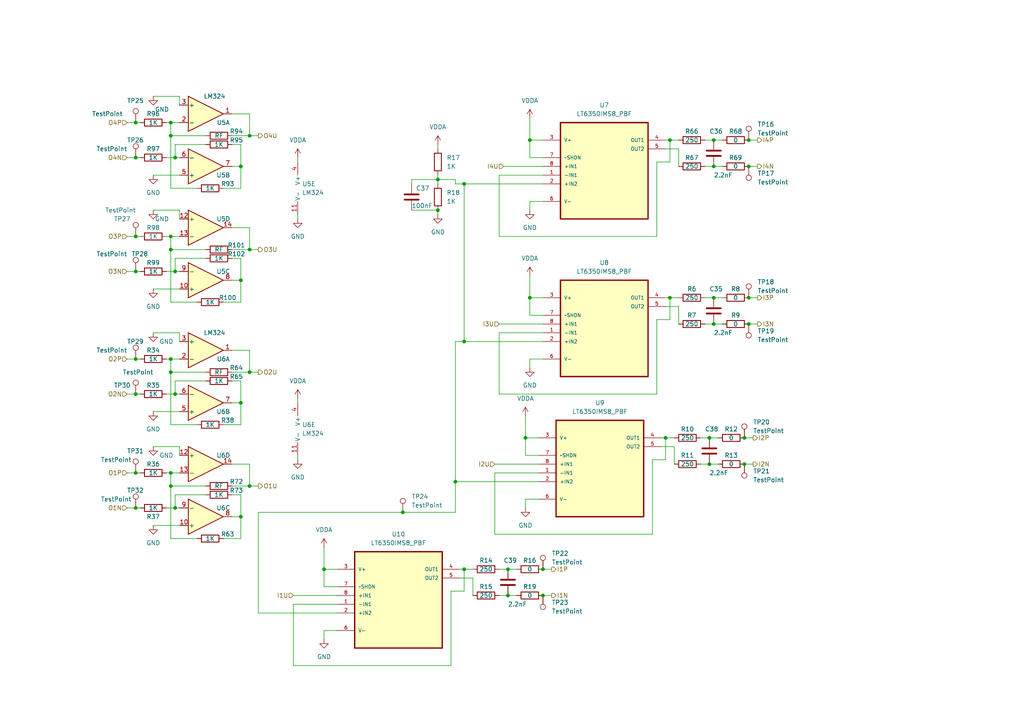
<source format=kicad_sch>
(kicad_sch (version 20230121) (generator eeschema)
  (paper "A4")
  (lib_symbols
    (symbol "Amplifier_Operational:LM324" (pin_names (offset 0.127))
      (property "Reference" "U" (at 0 5.08 0))
      (property "Value" "LM324" (at 0 -5.08 0))
      (symbol "LM324_1_1"
        (polyline (pts (xy -5.08 5.08) (xy 5.08 0) (xy -5.08 -5.08) (xy -5.08 5.08)) (stroke (width 0.254)) (fill (type background)))
        (pin output line (at 7.62 0 180) (length 2.54) (name "~") (number "1"))
        (pin input line (at -7.62 -2.54 0) (length 2.54) (name "-") (number "2"))
        (pin input line (at -7.62 2.54 0) (length 2.54) (name "+") (number "3"))
      )
      (symbol "LM324_2_1"
        (polyline (pts (xy -5.08 5.08) (xy 5.08 0) (xy -5.08 -5.08) (xy -5.08 5.08)) (stroke (width 0.254)) (fill (type background)))
        (pin input line (at -7.62 2.54 0) (length 2.54) (name "+") (number "5"))
        (pin input line (at -7.62 -2.54 0) (length 2.54) (name "-") (number "6"))
        (pin output line (at 7.62 0 180) (length 2.54) (name "~") (number "7"))
      )
      (symbol "LM324_3_1"
        (polyline (pts (xy -5.08 5.08) (xy 5.08 0) (xy -5.08 -5.08) (xy -5.08 5.08)) (stroke (width 0.254)) (fill (type background)))
        (pin input line (at -7.62 2.54 0) (length 2.54) (name "+") (number "10"))
        (pin output line (at 7.62 0 180) (length 2.54) (name "~") (number "8"))
        (pin input line (at -7.62 -2.54 0) (length 2.54) (name "-") (number "9"))
      )
      (symbol "LM324_4_1"
        (polyline (pts (xy -5.08 5.08) (xy 5.08 0) (xy -5.08 -5.08) (xy -5.08 5.08)) (stroke (width 0.254)) (fill (type background)))
        (pin input line (at -7.62 2.54 0) (length 2.54) (name "+") (number "12"))
        (pin input line (at -7.62 -2.54 0) (length 2.54) (name "-") (number "13"))
        (pin output line (at 7.62 0 180) (length 2.54) (name "~") (number "14"))
      )
      (symbol "LM324_5_1"
        (pin power_in line (at -2.54 -7.62 90) (length 3.81) (name "V-") (number "11"))
        (pin power_in line (at -2.54 7.62 270) (length 3.81) (name "V+") (number "4"))
      )
    )
    (symbol "Connector:TestPoint" (pin_numbers hide) (pin_names (offset 0.762) hide)
      (property "Reference" "TP" (at 0 6.858 0))
      (property "Value" "TestPoint" (at 0 5.08 0))
      (symbol "TestPoint_0_1"
        (circle (center 0 3.302) (radius 0.762))
      )
      (symbol "TestPoint_1_1"
        (pin passive line (at 0 0 90) (length 2.54) (name "1") (number "1"))
      )
    )
    (symbol "Device:C" (pin_numbers hide) (pin_names (offset 0.254))
      (property "Reference" "C" (at 0.635 2.54 0))
      (property "Value" "C" (at 0.635 -2.54 0))
      (symbol "C_0_1"
        (polyline (pts (xy -2.032 -0.762) (xy 2.032 -0.762)) (stroke (width 0.508)))
        (polyline (pts (xy -2.032 0.762) (xy 2.032 0.762)) (stroke (width 0.508)))
      )
      (symbol "C_1_1"
        (pin passive line (at 0 3.81 270) (length 2.794) (name "~") (number "1"))
        (pin passive line (at 0 -3.81 90) (length 2.794) (name "~") (number "2"))
      )
    )
    (symbol "Device:R" (pin_numbers hide) (pin_names (offset 0))
      (property "Reference" "R" (at 2.032 0 90))
      (property "Value" "R" (at 0 0 90))
      (symbol "R_0_1"
        (rectangle (start -1.016 -2.54) (end 1.016 2.54) (stroke (width 0.254)))
      )
      (symbol "R_1_1"
        (pin passive line (at 0 3.81 270) (length 1.27) (name "~") (number "1"))
        (pin passive line (at 0 -3.81 90) (length 1.27) (name "~") (number "2"))
      )
    )
    (symbol "LT6350IMS8_PBF:LT6350IMS8_PBF" (pin_names (offset 1.016))
      (property "Reference" "U" (at -4.8318 12.9949 0))
      (property "Value" "LT6350IMS8_PBF" (at -5.7983 -22.8369 0))
      (symbol "LT6350IMS8_PBF_0_0"
        (rectangle (start -12.7 -17.78) (end 12.7 10.16) (stroke (width 0.4064)) (fill (type background)))
        (pin input line (at -17.78 -5.08 0) (length 5.08) (name "-IN1") (number "1"))
        (pin input line (at -17.78 -7.62 0) (length 5.08) (name "+IN2") (number "2"))
        (pin power_in line (at -17.78 5.08 0) (length 5.08) (name "V+") (number "3"))
        (pin output line (at 17.78 5.08 180) (length 5.08) (name "OUT1") (number "4"))
        (pin output line (at 17.78 2.54 180) (length 5.08) (name "OUT2") (number "5"))
        (pin power_in line (at -17.78 -12.7 0) (length 5.08) (name "V-") (number "6"))
        (pin input line (at -17.78 0 0) (length 5.08) (name "~SHDN") (number "7"))
        (pin input line (at -17.78 -2.54 0) (length 5.08) (name "+IN1") (number "8"))
      )
    )
    (symbol "power:GND" (power) (pin_names (offset 0))
      (property "Value" "GND" (at 0 -3.81 0))
      (symbol "GND_0_1"
        (polyline (pts (xy 0 0) (xy 0 -1.27) (xy 1.27 -1.27) (xy 0 -2.54) (xy -1.27 -1.27) (xy 0 -1.27)))
      )
      (symbol "GND_1_1"
        (pin power_in line (at 0 0 270) (length 0) hide (name "GND") (number "1"))
      )
    )
    (symbol "power:VDDA" (power) (pin_names (offset 0))
      (property "Value" "VDDA" (at 0 3.81 0))
      (symbol "VDDA_0_1"
        (polyline (pts (xy -0.762 1.27) (xy 0 2.54)))
        (polyline (pts (xy 0 0) (xy 0 2.54)))
        (polyline (pts (xy 0 2.54) (xy 0.762 1.27)))
      )
      (symbol "VDDA_1_1"
        (pin power_in line (at 0 0 90) (length 0) hide (name "VDDA") (number "1"))
      )
    )
  )
  (junction (at 49.53 35.56))
  (junction (at 39.37 68.58))
  (junction (at 194.31 86.36))
  (junction (at 134.62 165.1))
  (junction (at 153.67 40.64))
  (junction (at 93.98 165.1))
  (junction (at 153.67 86.36))
  (junction (at 134.62 99.06))
  (junction (at 39.37 45.72))
  (junction (at 217.17 86.36))
  (junction (at 39.37 114.3))
  (junction (at 49.53 107.95))
  (junction (at 50.8 147.32))
  (junction (at 215.9 134.62))
  (junction (at 72.39 39.37))
  (junction (at 147.32 172.72))
  (junction (at 72.39 140.97))
  (junction (at 39.37 104.14))
  (junction (at 134.62 53.34))
  (junction (at 49.53 140.97))
  (junction (at 152.4 127))
  (junction (at 207.01 48.26))
  (junction (at 39.37 35.56))
  (junction (at 49.53 137.16))
  (junction (at 69.85 149.86))
  (junction (at 39.37 147.32))
  (junction (at 147.32 165.1))
  (junction (at 127 60.96))
  (junction (at 69.85 48.26))
  (junction (at 207.01 40.64))
  (junction (at 157.48 165.1))
  (junction (at 217.17 40.64))
  (junction (at 39.37 137.16))
  (junction (at 157.48 172.72))
  (junction (at 49.53 72.39))
  (junction (at 132.08 139.7))
  (junction (at 50.8 114.3))
  (junction (at 217.17 93.98))
  (junction (at 69.85 116.84))
  (junction (at 116.84 148.59))
  (junction (at 193.04 127))
  (junction (at 215.9 127))
  (junction (at 39.37 78.74))
  (junction (at 72.39 107.95))
  (junction (at 207.01 86.36))
  (junction (at 127 52.07))
  (junction (at 207.01 93.98))
  (junction (at 217.17 48.26))
  (junction (at 50.8 45.72))
  (junction (at 72.39 72.39))
  (junction (at 205.74 134.62))
  (junction (at 205.74 127))
  (junction (at 49.53 39.37))
  (junction (at 49.53 104.14))
  (junction (at 194.31 40.64))
  (junction (at 50.8 78.74))
  (junction (at 69.85 81.28))
  (junction (at 49.53 68.58))
  (wire (pts (xy 153.67 58.42) (xy 153.67 60.96)))
  (wire (pts (xy 97.79 170.18) (xy 93.98 170.18)))
  (wire (pts (xy 69.85 87.63) (xy 64.77 87.63)))
  (wire (pts (xy 86.36 62.23) (xy 86.36 63.5)))
  (wire (pts (xy 49.53 68.58) (xy 49.53 72.39)))
  (wire (pts (xy 153.67 45.72) (xy 153.67 40.64)))
  (wire (pts (xy 143.51 137.16) (xy 143.51 154.94)))
  (wire (pts (xy 39.37 45.72) (xy 40.64 45.72)))
  (wire (pts (xy 49.53 140.97) (xy 59.69 140.97)))
  (wire (pts (xy 36.83 114.3) (xy 39.37 114.3)))
  (wire (pts (xy 207.01 93.98) (xy 209.55 93.98)))
  (wire (pts (xy 36.83 147.32) (xy 39.37 147.32)))
  (wire (pts (xy 44.45 60.96) (xy 52.07 60.96)))
  (wire (pts (xy 44.45 50.8) (xy 52.07 50.8)))
  (wire (pts (xy 194.31 40.64) (xy 196.85 40.64)))
  (wire (pts (xy 194.31 86.36) (xy 196.85 86.36)))
  (wire (pts (xy 49.53 104.14) (xy 49.53 107.95)))
  (wire (pts (xy 205.74 134.62) (xy 208.28 134.62)))
  (wire (pts (xy 156.21 144.78) (xy 152.4 144.78)))
  (wire (pts (xy 157.48 99.06) (xy 134.62 99.06)))
  (wire (pts (xy 67.31 143.51) (xy 69.85 143.51)))
  (wire (pts (xy 74.93 177.8) (xy 74.93 148.59)))
  (wire (pts (xy 133.35 167.64) (xy 137.16 167.64)))
  (wire (pts (xy 153.67 86.36) (xy 153.67 80.01)))
  (wire (pts (xy 97.79 165.1) (xy 93.98 165.1)))
  (wire (pts (xy 48.26 147.32) (xy 50.8 147.32)))
  (wire (pts (xy 116.84 148.59) (xy 132.08 148.59)))
  (wire (pts (xy 72.39 39.37) (xy 72.39 33.02)))
  (wire (pts (xy 153.67 40.64) (xy 153.67 34.29)))
  (wire (pts (xy 49.53 104.14) (xy 52.07 104.14)))
  (wire (pts (xy 152.4 132.08) (xy 152.4 127)))
  (wire (pts (xy 190.5 46.99) (xy 194.31 46.99)))
  (wire (pts (xy 203.2 134.62) (xy 205.74 134.62)))
  (wire (pts (xy 48.26 114.3) (xy 50.8 114.3)))
  (wire (pts (xy 67.31 107.95) (xy 72.39 107.95)))
  (wire (pts (xy 69.85 123.19) (xy 64.77 123.19)))
  (wire (pts (xy 157.48 104.14) (xy 153.67 104.14)))
  (wire (pts (xy 72.39 107.95) (xy 74.93 107.95)))
  (wire (pts (xy 156.21 127) (xy 152.4 127)))
  (wire (pts (xy 203.2 127) (xy 205.74 127)))
  (wire (pts (xy 72.39 66.04) (xy 67.31 66.04)))
  (wire (pts (xy 39.37 114.3) (xy 40.64 114.3)))
  (wire (pts (xy 193.04 127) (xy 193.04 133.35)))
  (wire (pts (xy 49.53 35.56) (xy 48.26 35.56)))
  (wire (pts (xy 57.15 156.21) (xy 49.53 156.21)))
  (wire (pts (xy 132.08 148.59) (xy 132.08 139.7)))
  (wire (pts (xy 69.85 116.84) (xy 69.85 123.19)))
  (wire (pts (xy 193.04 88.9) (xy 196.85 88.9)))
  (wire (pts (xy 133.35 165.1) (xy 134.62 165.1)))
  (wire (pts (xy 67.31 81.28) (xy 69.85 81.28)))
  (wire (pts (xy 147.32 172.72) (xy 149.86 172.72)))
  (wire (pts (xy 57.15 123.19) (xy 49.53 123.19)))
  (wire (pts (xy 189.23 154.94) (xy 189.23 133.35)))
  (wire (pts (xy 50.8 74.93) (xy 50.8 78.74)))
  (wire (pts (xy 153.67 104.14) (xy 153.67 106.68)))
  (wire (pts (xy 218.44 134.62) (xy 215.9 134.62)))
  (wire (pts (xy 50.8 110.49) (xy 50.8 114.3)))
  (wire (pts (xy 194.31 86.36) (xy 194.31 92.71)))
  (wire (pts (xy 67.31 72.39) (xy 72.39 72.39)))
  (wire (pts (xy 127 52.07) (xy 127 53.34)))
  (wire (pts (xy 69.85 156.21) (xy 64.77 156.21)))
  (wire (pts (xy 52.07 27.94) (xy 52.07 30.48)))
  (wire (pts (xy 59.69 143.51) (xy 50.8 143.51)))
  (wire (pts (xy 207.01 48.26) (xy 209.55 48.26)))
  (wire (pts (xy 69.85 110.49) (xy 69.85 116.84)))
  (wire (pts (xy 144.78 96.52) (xy 144.78 114.3)))
  (wire (pts (xy 67.31 74.93) (xy 69.85 74.93)))
  (wire (pts (xy 219.71 48.26) (xy 217.17 48.26)))
  (wire (pts (xy 134.62 99.06) (xy 134.62 53.34)))
  (wire (pts (xy 69.85 41.91) (xy 69.85 48.26)))
  (wire (pts (xy 49.53 35.56) (xy 49.53 39.37)))
  (wire (pts (xy 69.85 149.86) (xy 69.85 156.21)))
  (wire (pts (xy 44.45 129.54) (xy 52.07 129.54)))
  (wire (pts (xy 119.38 53.34) (xy 119.38 52.07)))
  (wire (pts (xy 36.83 45.72) (xy 39.37 45.72)))
  (wire (pts (xy 143.51 134.62) (xy 156.21 134.62)))
  (wire (pts (xy 69.85 74.93) (xy 69.85 81.28)))
  (wire (pts (xy 50.8 78.74) (xy 52.07 78.74)))
  (wire (pts (xy 57.15 54.61) (xy 49.53 54.61)))
  (wire (pts (xy 67.31 116.84) (xy 69.85 116.84)))
  (wire (pts (xy 196.85 43.18) (xy 196.85 48.26)))
  (wire (pts (xy 97.79 182.88) (xy 93.98 182.88)))
  (wire (pts (xy 157.48 58.42) (xy 153.67 58.42)))
  (wire (pts (xy 219.71 40.64) (xy 217.17 40.64)))
  (wire (pts (xy 50.8 143.51) (xy 50.8 147.32)))
  (wire (pts (xy 59.69 110.49) (xy 50.8 110.49)))
  (wire (pts (xy 130.81 171.45) (xy 134.62 171.45)))
  (wire (pts (xy 132.08 53.34) (xy 132.08 52.07)))
  (wire (pts (xy 86.36 132.08) (xy 86.36 133.35)))
  (wire (pts (xy 194.31 40.64) (xy 194.31 46.99)))
  (wire (pts (xy 204.47 93.98) (xy 207.01 93.98)))
  (wire (pts (xy 49.53 156.21) (xy 49.53 140.97)))
  (wire (pts (xy 49.53 123.19) (xy 49.53 107.95)))
  (wire (pts (xy 127 41.91) (xy 127 43.18)))
  (wire (pts (xy 49.53 39.37) (xy 59.69 39.37)))
  (wire (pts (xy 207.01 86.36) (xy 209.55 86.36)))
  (wire (pts (xy 49.53 137.16) (xy 49.53 140.97)))
  (wire (pts (xy 50.8 147.32) (xy 52.07 147.32)))
  (wire (pts (xy 72.39 107.95) (xy 72.39 101.6)))
  (wire (pts (xy 69.85 48.26) (xy 69.85 54.61)))
  (wire (pts (xy 59.69 74.93) (xy 50.8 74.93)))
  (wire (pts (xy 39.37 104.14) (xy 40.64 104.14)))
  (wire (pts (xy 132.08 52.07) (xy 127 52.07)))
  (wire (pts (xy 72.39 101.6) (xy 67.31 101.6)))
  (wire (pts (xy 72.39 39.37) (xy 74.93 39.37)))
  (wire (pts (xy 157.48 91.44) (xy 153.67 91.44)))
  (wire (pts (xy 49.53 68.58) (xy 48.26 68.58)))
  (wire (pts (xy 190.5 68.58) (xy 190.5 46.99)))
  (wire (pts (xy 127 52.07) (xy 127 50.8)))
  (wire (pts (xy 85.09 175.26) (xy 85.09 193.04)))
  (wire (pts (xy 57.15 87.63) (xy 49.53 87.63)))
  (wire (pts (xy 85.09 193.04) (xy 130.81 193.04)))
  (wire (pts (xy 85.09 172.72) (xy 97.79 172.72)))
  (wire (pts (xy 48.26 78.74) (xy 50.8 78.74)))
  (wire (pts (xy 39.37 137.16) (xy 40.64 137.16)))
  (wire (pts (xy 134.62 165.1) (xy 134.62 171.45)))
  (wire (pts (xy 44.45 83.82) (xy 52.07 83.82)))
  (wire (pts (xy 36.83 137.16) (xy 39.37 137.16)))
  (wire (pts (xy 132.08 139.7) (xy 132.08 99.06)))
  (wire (pts (xy 67.31 149.86) (xy 69.85 149.86)))
  (wire (pts (xy 39.37 147.32) (xy 40.64 147.32)))
  (wire (pts (xy 152.4 144.78) (xy 152.4 147.32)))
  (wire (pts (xy 93.98 165.1) (xy 93.98 158.75)))
  (wire (pts (xy 132.08 99.06) (xy 134.62 99.06)))
  (wire (pts (xy 134.62 165.1) (xy 137.16 165.1)))
  (wire (pts (xy 69.85 143.51) (xy 69.85 149.86)))
  (wire (pts (xy 204.47 40.64) (xy 207.01 40.64)))
  (wire (pts (xy 39.37 35.56) (xy 40.64 35.56)))
  (wire (pts (xy 143.51 154.94) (xy 189.23 154.94)))
  (wire (pts (xy 72.39 72.39) (xy 74.93 72.39)))
  (wire (pts (xy 72.39 72.39) (xy 72.39 66.04)))
  (wire (pts (xy 144.78 165.1) (xy 147.32 165.1)))
  (wire (pts (xy 93.98 170.18) (xy 93.98 165.1)))
  (wire (pts (xy 97.79 177.8) (xy 74.93 177.8)))
  (wire (pts (xy 97.79 175.26) (xy 85.09 175.26)))
  (wire (pts (xy 193.04 40.64) (xy 194.31 40.64)))
  (wire (pts (xy 39.37 68.58) (xy 40.64 68.58)))
  (wire (pts (xy 49.53 137.16) (xy 48.26 137.16)))
  (wire (pts (xy 195.58 129.54) (xy 195.58 134.62)))
  (wire (pts (xy 49.53 72.39) (xy 59.69 72.39)))
  (wire (pts (xy 44.45 27.94) (xy 52.07 27.94)))
  (wire (pts (xy 130.81 193.04) (xy 130.81 171.45)))
  (wire (pts (xy 49.53 54.61) (xy 49.53 39.37)))
  (wire (pts (xy 39.37 78.74) (xy 40.64 78.74)))
  (wire (pts (xy 127 60.96) (xy 127 62.23)))
  (wire (pts (xy 49.53 68.58) (xy 52.07 68.58)))
  (wire (pts (xy 157.48 45.72) (xy 153.67 45.72)))
  (wire (pts (xy 147.32 165.1) (xy 149.86 165.1)))
  (wire (pts (xy 157.48 86.36) (xy 153.67 86.36)))
  (wire (pts (xy 49.53 107.95) (xy 59.69 107.95)))
  (wire (pts (xy 134.62 53.34) (xy 157.48 53.34)))
  (wire (pts (xy 69.85 81.28) (xy 69.85 87.63)))
  (wire (pts (xy 52.07 129.54) (xy 52.07 132.08)))
  (wire (pts (xy 190.5 114.3) (xy 190.5 92.71)))
  (wire (pts (xy 189.23 133.35) (xy 193.04 133.35)))
  (wire (pts (xy 44.45 152.4) (xy 52.07 152.4)))
  (wire (pts (xy 153.67 91.44) (xy 153.67 86.36)))
  (wire (pts (xy 86.36 45.72) (xy 86.36 46.99)))
  (wire (pts (xy 36.83 68.58) (xy 39.37 68.58)))
  (wire (pts (xy 59.69 41.91) (xy 50.8 41.91)))
  (wire (pts (xy 193.04 86.36) (xy 194.31 86.36)))
  (wire (pts (xy 49.53 104.14) (xy 48.26 104.14)))
  (wire (pts (xy 36.83 78.74) (xy 39.37 78.74)))
  (wire (pts (xy 219.71 93.98) (xy 217.17 93.98)))
  (wire (pts (xy 67.31 140.97) (xy 72.39 140.97)))
  (wire (pts (xy 205.74 127) (xy 208.28 127)))
  (wire (pts (xy 44.45 96.52) (xy 52.07 96.52)))
  (wire (pts (xy 132.08 139.7) (xy 156.21 139.7)))
  (wire (pts (xy 218.44 127) (xy 215.9 127)))
  (wire (pts (xy 119.38 60.96) (xy 127 60.96)))
  (wire (pts (xy 144.78 172.72) (xy 147.32 172.72)))
  (wire (pts (xy 69.85 54.61) (xy 64.77 54.61)))
  (wire (pts (xy 146.05 48.26) (xy 157.48 48.26)))
  (wire (pts (xy 137.16 167.64) (xy 137.16 172.72)))
  (wire (pts (xy 204.47 48.26) (xy 207.01 48.26)))
  (wire (pts (xy 152.4 127) (xy 152.4 120.65)))
  (wire (pts (xy 193.04 127) (xy 195.58 127)))
  (wire (pts (xy 144.78 93.98) (xy 157.48 93.98)))
  (wire (pts (xy 49.53 87.63) (xy 49.53 72.39)))
  (wire (pts (xy 67.31 48.26) (xy 69.85 48.26)))
  (wire (pts (xy 36.83 104.14) (xy 39.37 104.14)))
  (wire (pts (xy 36.83 35.56) (xy 39.37 35.56)))
  (wire (pts (xy 72.39 134.62) (xy 67.31 134.62)))
  (wire (pts (xy 156.21 132.08) (xy 152.4 132.08)))
  (wire (pts (xy 72.39 33.02) (xy 67.31 33.02)))
  (wire (pts (xy 191.77 129.54) (xy 195.58 129.54)))
  (wire (pts (xy 44.45 119.38) (xy 52.07 119.38)))
  (wire (pts (xy 156.21 137.16) (xy 143.51 137.16)))
  (wire (pts (xy 119.38 52.07) (xy 127 52.07)))
  (wire (pts (xy 72.39 140.97) (xy 74.93 140.97)))
  (wire (pts (xy 157.48 40.64) (xy 153.67 40.64)))
  (wire (pts (xy 207.01 40.64) (xy 209.55 40.64)))
  (wire (pts (xy 193.04 43.18) (xy 196.85 43.18)))
  (wire (pts (xy 49.53 35.56) (xy 52.07 35.56)))
  (wire (pts (xy 50.8 114.3) (xy 52.07 114.3)))
  (wire (pts (xy 67.31 41.91) (xy 69.85 41.91)))
  (wire (pts (xy 72.39 140.97) (xy 72.39 134.62)))
  (wire (pts (xy 74.93 148.59) (xy 116.84 148.59)))
  (wire (pts (xy 160.02 165.1) (xy 157.48 165.1)))
  (wire (pts (xy 50.8 45.72) (xy 52.07 45.72)))
  (wire (pts (xy 204.47 86.36) (xy 207.01 86.36)))
  (wire (pts (xy 48.26 45.72) (xy 50.8 45.72)))
  (wire (pts (xy 52.07 96.52) (xy 52.07 99.06)))
  (wire (pts (xy 160.02 172.72) (xy 157.48 172.72)))
  (wire (pts (xy 86.36 115.57) (xy 86.36 116.84)))
  (wire (pts (xy 67.31 110.49) (xy 69.85 110.49)))
  (wire (pts (xy 49.53 137.16) (xy 52.07 137.16)))
  (wire (pts (xy 196.85 88.9) (xy 196.85 93.98)))
  (wire (pts (xy 144.78 50.8) (xy 144.78 68.58)))
  (wire (pts (xy 132.08 53.34) (xy 134.62 53.34)))
  (wire (pts (xy 144.78 114.3) (xy 190.5 114.3)))
  (wire (pts (xy 191.77 127) (xy 193.04 127)))
  (wire (pts (xy 50.8 41.91) (xy 50.8 45.72)))
  (wire (pts (xy 157.48 96.52) (xy 144.78 96.52)))
  (wire (pts (xy 157.48 50.8) (xy 144.78 50.8)))
  (wire (pts (xy 52.07 60.96) (xy 52.07 63.5)))
  (wire (pts (xy 93.98 182.88) (xy 93.98 185.42)))
  (wire (pts (xy 67.31 39.37) (xy 72.39 39.37)))
  (wire (pts (xy 219.71 86.36) (xy 217.17 86.36)))
  (wire (pts (xy 144.78 68.58) (xy 190.5 68.58)))
  (wire (pts (xy 190.5 92.71) (xy 194.31 92.71)))
  (hierarchical_label "O2U" (shape output) (at 74.93 107.95 0))
  (hierarchical_label "I1P" (shape output) (at 160.02 165.1 0))
  (hierarchical_label "I4P" (shape output) (at 219.71 40.64 0))
  (hierarchical_label "O3U" (shape output) (at 74.93 72.39 0))
  (hierarchical_label "I2N" (shape output) (at 218.44 134.62 0))
  (hierarchical_label "O1P" (shape input) (at 36.83 137.16 180))
  (hierarchical_label "I1U" (shape input) (at 85.09 172.72 180))
  (hierarchical_label "I1N" (shape output) (at 160.02 172.72 0))
  (hierarchical_label "O4U" (shape output) (at 74.93 39.37 0))
  (hierarchical_label "O4P" (shape input) (at 36.83 35.56 180))
  (hierarchical_label "O3P" (shape input) (at 36.83 68.58 180))
  (hierarchical_label "O3N" (shape input) (at 36.83 78.74 180))
  (hierarchical_label "I3U" (shape input) (at 144.78 93.98 180))
  (hierarchical_label "I3N" (shape output) (at 219.71 93.98 0))
  (hierarchical_label "I2P" (shape output) (at 218.44 127 0))
  (hierarchical_label "I4U" (shape input) (at 146.05 48.26 180))
  (hierarchical_label "O4N" (shape input) (at 36.83 45.72 180))
  (hierarchical_label "O1N" (shape input) (at 36.83 147.32 180))
  (hierarchical_label "O2N" (shape input) (at 36.83 114.3 180))
  (hierarchical_label "I2U" (shape input) (at 143.51 134.62 180))
  (hierarchical_label "I4N" (shape output) (at 219.71 48.26 0))
  (hierarchical_label "O2P" (shape input) (at 36.83 104.14 180))
  (hierarchical_label "I3P" (shape output) (at 219.71 86.36 0))
  (hierarchical_label "O1U" (shape output) (at 74.93 140.97 0))
  (symbol (lib_id "Amplifier_Operational:LM324") (at 88.9 54.61 0) (unit 5)
    (property "Reference" "U5" (at 87.63 53.34 0) (effects (justify left)))
    (property "Value" "LM324" (at 87.63 55.88 0) (effects (justify left)))
    (property "Footprint" "Package_SO:TSSOP-14_4.4x5mm_P0.65mm" (effects hide))
    (property "Datasheet" "http://www.ti.com/lit/ds/symlink/lm2902-n.pdf" (effects hide))
  )
  (symbol (lib_id "Connector:TestPoint") (at 215.9 127 0) (unit 1)
    (property "Reference" "TP20" (at 218.44 122.428 0) (effects (justify left)))
    (property "Value" "TestPoint" (at 218.44 124.968 0) (effects (justify left)))
    (property "Footprint" "TestPoint:TestPoint_Pad_D1.0mm" (effects hide))
  )
  (symbol (lib_id "Device:R") (at 212.09 134.62 90) (unit 1)
    (property "Reference" "R13" (at 212.09 132.08 90))
    (property "Value" "0" (at 212.09 134.62 90))
    (property "Footprint" "Resistor_SMD:R_0603_1608Metric_Pad0.98x0.95mm_HandSolder" (effects hide))
  )
  (symbol (lib_id "Device:C") (at 147.32 168.91 0) (unit 1)
    (property "Reference" "C39" (at 146.05 162.56 0) (effects (justify left)))
    (property "Value" "2.2nF" (at 147.32 175.26 0) (effects (justify left)))
    (property "Footprint" "Capacitor_SMD:C_0603_1608Metric_Pad1.08x0.95mm_HandSolder" (effects hide))
  )
  (symbol (lib_id "Device:C") (at 207.01 44.45 0) (unit 1)
    (property "Reference" "C36" (at 205.74 38.1 0) (effects (justify left)))
    (property "Value" "2.2nF" (at 207.01 50.8 0) (effects (justify left)))
    (property "Footprint" "Capacitor_SMD:C_0603_1608Metric_Pad1.08x0.95mm_HandSolder" (effects hide))
  )
  (symbol (lib_id "power:GND") (at 44.45 27.94 0) (unit 1)
    (property "Reference" "#PWR083" (effects hide))
    (property "Value" "GND" (at 46.99 31.75 0))
    (instances (project "fpaa_esp32_badge" (path "" (reference "#PWR083") (unit 1)) (path "" (reference "#PWR033") (unit 1)) (path "" (reference "#PWR072") (unit 1))))
  )
  (symbol (lib_id "power:GND") (at 44.45 83.82 0) (unit 1)
    (property "Reference" "#PWR083" (effects hide))
    (property "Value" "GND" (at 44.45 88.9 0))
    (instances (project "fpaa_esp32_badge" (path "" (reference "#PWR083") (unit 1)) (path "" (reference "#PWR033") (unit 1)) (path "" (reference "#PWR074") (unit 1))))
  )
  (symbol (lib_id "Connector:TestPoint") (at 39.37 68.58 0) (unit 1)
    (property "Reference" "TP27" (at 33.02 63.5 0) (effects (justify left)))
    (property "Value" "TestPoint" (at 30.48 60.96 0) (effects (justify left)))
    (property "Footprint" "TestPoint:TestPoint_Pad_D1.0mm" (effects hide))
  )
  (symbol (lib_id "Device:R") (at 199.39 127 90) (unit 1)
    (property "Reference" "R10" (at 199.39 124.46 90))
    (property "Value" "250" (at 199.39 127 90))
    (property "Footprint" "Resistor_SMD:R_0603_1608Metric_Pad0.98x0.95mm_HandSolder" (effects hide))
  )
  (symbol (lib_id "Device:R") (at 63.5 140.97 90) (unit 1)
    (property "Reference" "R72" (at 68.58 139.7 90))
    (property "Value" "RF" (at 63.5 140.97 90))
    (property "Footprint" "Resistor_SMD:R_0603_1608Metric_Pad0.98x0.95mm_HandSolder" (effects hide))
  )
  (symbol (lib_id "Connector:TestPoint") (at 157.48 165.1 0) (unit 1)
    (property "Reference" "TP22" (at 160.02 160.528 0) (effects (justify left)))
    (property "Value" "TestPoint" (at 160.02 163.068 0) (effects (justify left)))
    (property "Footprint" "TestPoint:TestPoint_Pad_D1.0mm" (effects hide))
  )
  (symbol (lib_id "power:GND") (at 153.67 106.68 0) (unit 1)
    (property "Reference" "#PWR083" (effects hide))
    (property "Value" "GND" (at 153.67 111.76 0))
    (instances (project "fpaa_esp32_badge" (path "" (reference "#PWR083") (unit 1)) (path "" (reference "#PWR033") (unit 1)) (path "" (reference "#PWR020") (unit 1))))
  )
  (symbol (lib_id "Device:R") (at 127 46.99 0) (unit 1)
    (property "Reference" "R17" (at 129.54 45.72 0) (effects (justify left)))
    (property "Value" "1K" (at 129.54 48.26 0) (effects (justify left)))
    (property "Footprint" "Resistor_SMD:R_0603_1608Metric_Pad0.98x0.95mm_HandSolder" (effects hide))
  )
  (symbol (lib_id "power:GND") (at 44.45 60.96 0) (unit 1)
    (property "Reference" "#PWR083" (effects hide))
    (property "Value" "GND" (at 46.99 63.5 0))
    (instances (project "fpaa_esp32_badge" (path "" (reference "#PWR083") (unit 1)) (path "" (reference "#PWR033") (unit 1)) (path "" (reference "#PWR073") (unit 1))))
  )
  (symbol (lib_id "Connector:TestPoint") (at 39.37 147.32 0) (unit 1)
    (property "Reference" "TP32" (at 36.83 142.24 0) (effects (justify left)))
    (property "Value" "TestPoint" (at 29.21 144.78 0) (effects (justify left)))
    (property "Footprint" "TestPoint:TestPoint_Pad_D1.0mm" (effects hide))
  )
  (symbol (lib_id "Device:R") (at 63.5 107.95 90) (unit 1)
    (property "Reference" "R64" (at 68.58 106.68 90))
    (property "Value" "RF" (at 63.5 107.95 90))
    (property "Footprint" "Resistor_SMD:R_0603_1608Metric_Pad0.98x0.95mm_HandSolder" (effects hide))
  )
  (symbol (lib_id "Device:R") (at 200.66 48.26 90) (unit 1)
    (property "Reference" "R67" (at 200.66 45.72 90))
    (property "Value" "250" (at 200.66 48.26 90))
    (property "Footprint" "Resistor_SMD:R_0603_1608Metric_Pad0.98x0.95mm_HandSolder" (effects hide))
  )
  (symbol (lib_id "LT6350IMS8_PBF:LT6350IMS8_PBF") (at 175.26 45.72 0) (unit 1)
    (property "Reference" "U7" (at 175.26 30.48 0))
    (property "Value" "LT6350IMS8_PBF" (at 175.26 33.02 0))
    (property "Footprint" "Package_SO:MSOP-8_3x3mm_P0.65mm" (effects hide))
    (property "MF" "Analog Devices" (effects hide))
    (property "Description" "\nLow Noise Single-Ended to Differential Converter/ADC Driver\n" (effects hide))
    (property "PACKAGE" "MSOP-8" (effects hide))
    (property "MPN" "LT6350IMS8#PBF" (effects hide))
    (property "Price" "None" (effects hide))
    (property "Package" "MSOP-8 Analog Devices" (effects hide))
    (property "OC_FARNELL" "-" (effects hide))
    (property "SnapEDA_Link" "https://www.snapeda.com/parts/LT6350IMS8%23PBF/Analog+Devices/view-part/?ref=snap" (effects hide))
    (property "MP" "LT6350IMS8#PBF" (effects hide))
    (property "Purchase-URL" "https://www.snapeda.com/api/url_track_click_mouser/?unipart_id=4344247&manufacturer=Analog Devices&part_name=LT6350IMS8#PBF&search_term=None" (effects hide))
    (property "SUPPLIER" "Linear Technology" (effects hide))
    (property "OC_NEWARK" "78R8480" (effects hide))
    (property "Availability" "In Stock" (effects hide))
    (property "Check_prices" "https://www.snapeda.com/parts/LT6350IMS8%23PBF/Analog+Devices/view-part/?ref=eda" (effects hide))
  )
  (symbol (lib_id "Connector:TestPoint") (at 217.17 86.36 0) (unit 1)
    (property "Reference" "TP18" (at 219.71 81.788 0) (effects (justify left)))
    (property "Value" "TestPoint" (at 219.71 84.328 0) (effects (justify left)))
    (property "Footprint" "TestPoint:TestPoint_Pad_D1.0mm" (effects hide))
  )
  (symbol (lib_id "power:GND") (at 44.45 50.8 0) (unit 1)
    (property "Reference" "#PWR083" (effects hide))
    (property "Value" "GND" (at 44.45 55.88 0))
    (instances (project "fpaa_esp32_badge" (path "" (reference "#PWR083") (unit 1)) (path "" (reference "#PWR033") (unit 1)) (path "" (reference "#PWR071") (unit 1))))
  )
  (symbol (lib_id "Device:R") (at 44.45 137.16 90) (unit 1)
    (property "Reference" "R36" (at 44.45 134.62 90))
    (property "Value" "1K" (at 44.45 137.16 90))
    (property "Footprint" "Resistor_SMD:R_0603_1608Metric_Pad0.98x0.95mm_HandSolder" (effects hide))
  )
  (symbol (lib_id "LT6350IMS8_PBF:LT6350IMS8_PBF") (at 115.57 170.18 0) (unit 1)
    (property "Reference" "U10" (at 115.57 154.94 0))
    (property "Value" "LT6350IMS8_PBF" (at 115.57 157.48 0))
    (property "Footprint" "Package_SO:MSOP-8_3x3mm_P0.65mm" (effects hide))
    (property "MF" "Analog Devices" (effects hide))
    (property "Description" "\nLow Noise Single-Ended to Differential Converter/ADC Driver\n" (effects hide))
    (property "PACKAGE" "MSOP-8" (effects hide))
    (property "MPN" "LT6350IMS8#PBF" (effects hide))
    (property "Price" "None" (effects hide))
    (property "Package" "MSOP-8 Analog Devices" (effects hide))
    (property "OC_FARNELL" "-" (effects hide))
    (property "SnapEDA_Link" "https://www.snapeda.com/parts/LT6350IMS8%23PBF/Analog+Devices/view-part/?ref=snap" (effects hide))
    (property "MP" "LT6350IMS8#PBF" (effects hide))
    (property "Purchase-URL" "https://www.snapeda.com/api/url_track_click_mouser/?unipart_id=4344247&manufacturer=Analog Devices&part_name=LT6350IMS8#PBF&search_term=None" (effects hide))
    (property "SUPPLIER" "Linear Technology" (effects hide))
    (property "OC_NEWARK" "78R8480" (effects hide))
    (property "Availability" "In Stock" (effects hide))
    (property "Check_prices" "https://www.snapeda.com/parts/LT6350IMS8%23PBF/Analog+Devices/view-part/?ref=eda" (effects hide))
  )
  (symbol (lib_id "Device:C") (at 119.38 57.15 0) (unit 1)
    (property "Reference" "C37" (at 120.65 54.61 0) (effects (justify left)))
    (property "Value" "100nF" (at 119.38 59.69 0) (effects (justify left)))
    (property "Footprint" "Capacitor_SMD:C_0603_1608Metric_Pad1.08x0.95mm_HandSolder" (effects hide))
  )
  (symbol (lib_id "Device:R") (at 212.09 127 90) (unit 1)
    (property "Reference" "R12" (at 212.09 124.46 90))
    (property "Value" "0" (at 212.09 127 90))
    (property "Footprint" "Resistor_SMD:R_0603_1608Metric_Pad0.98x0.95mm_HandSolder" (effects hide))
  )
  (symbol (lib_id "Connector:TestPoint") (at 39.37 137.16 0) (unit 1)
    (property "Reference" "TP31" (at 36.83 130.81 0) (effects (justify left)))
    (property "Value" "TestPoint" (at 29.21 133.35 0) (effects (justify left)))
    (property "Footprint" "TestPoint:TestPoint_Pad_D1.0mm" (effects hide))
  )
  (symbol (lib_id "Connector:TestPoint") (at 215.9 134.62 180) (unit 1)
    (property "Reference" "TP21" (at 218.44 136.652 0) (effects (justify right)))
    (property "Value" "TestPoint" (at 218.44 139.192 0) (effects (justify right)))
    (property "Footprint" "TestPoint:TestPoint_Pad_D1.0mm" (effects hide))
  )
  (symbol (lib_id "Device:C") (at 205.74 130.81 0) (unit 1)
    (property "Reference" "C38" (at 204.47 124.46 0) (effects (justify left)))
    (property "Value" "2.2nF" (at 205.74 137.16 0) (effects (justify left)))
    (property "Footprint" "Capacitor_SMD:C_0603_1608Metric_Pad1.08x0.95mm_HandSolder" (effects hide))
  )
  (symbol (lib_id "power:GND") (at 153.67 60.96 0) (unit 1)
    (property "Reference" "#PWR083" (effects hide))
    (property "Value" "GND" (at 153.67 66.04 0))
    (instances (project "fpaa_esp32_badge" (path "" (reference "#PWR083") (unit 1)) (path "" (reference "#PWR033") (unit 1)) (path "" (reference "#PWR017") (unit 1))))
  )
  (symbol (lib_id "Device:R") (at 63.5 74.93 90) (unit 1)
    (property "Reference" "R102" (at 68.58 73.66 90))
    (property "Value" "1K" (at 63.5 74.93 90))
    (property "Footprint" "Resistor_SMD:R_0603_1608Metric_Pad0.98x0.95mm_HandSolder" (effects hide))
  )
  (symbol (lib_id "power:GND") (at 44.45 152.4 0) (unit 1)
    (property "Reference" "#PWR083" (effects hide))
    (property "Value" "GND" (at 44.45 157.48 0))
    (instances (project "fpaa_esp32_badge" (path "" (reference "#PWR083") (unit 1)) (path "" (reference "#PWR033") (unit 1)) (path "" (reference "#PWR078") (unit 1))))
  )
  (symbol (lib_id "Connector:TestPoint") (at 217.17 93.98 180) (unit 1)
    (property "Reference" "TP19" (at 219.71 96.012 0) (effects (justify right)))
    (property "Value" "TestPoint" (at 219.71 98.552 0) (effects (justify right)))
    (property "Footprint" "TestPoint:TestPoint_Pad_D1.0mm" (effects hide))
  )
  (symbol (lib_id "Device:R") (at 44.45 45.72 90) (unit 1)
    (property "Reference" "R97" (at 44.45 43.18 90))
    (property "Value" "1K" (at 44.45 45.72 90))
    (property "Footprint" "Resistor_SMD:R_0603_1608Metric_Pad0.98x0.95mm_HandSolder" (effects hide))
  )
  (symbol (lib_id "Amplifier_Operational:LM324") (at 88.9 124.46 0) (unit 5)
    (property "Reference" "U6" (at 87.63 123.19 0) (effects (justify left)))
    (property "Value" "LM324" (at 87.63 125.73 0) (effects (justify left)))
    (property "Footprint" "Package_SO:TSSOP-14_4.4x5mm_P0.65mm" (effects hide))
    (property "Datasheet" "http://www.ti.com/lit/ds/symlink/lm2902-n.pdf" (effects hide))
  )
  (symbol (lib_id "Amplifier_Operational:LM324") (at 59.69 33.02 0) (unit 1)
    (property "Reference" "U5" (at 64.77 35.56 0))
    (property "Value" "LM324" (at 62.23 27.94 0))
    (property "Footprint" "Package_SO:TSSOP-14_4.4x5mm_P0.65mm" (effects hide))
    (property "Datasheet" "http://www.ti.com/lit/ds/symlink/lm2902-n.pdf" (effects hide))
  )
  (symbol (lib_id "Connector:TestPoint") (at 116.84 148.59 0) (unit 1)
    (property "Reference" "TP24" (at 119.38 144.018 0) (effects (justify left)))
    (property "Value" "TestPoint" (at 119.38 146.558 0) (effects (justify left)))
    (property "Footprint" "TestPoint:TestPoint_Pad_D1.0mm" (effects hide))
  )
  (symbol (lib_id "Device:R") (at 63.5 110.49 90) (unit 1)
    (property "Reference" "R65" (at 68.58 109.22 90))
    (property "Value" "1K" (at 63.5 110.49 90))
    (property "Footprint" "Resistor_SMD:R_0603_1608Metric_Pad0.98x0.95mm_HandSolder" (effects hide))
  )
  (symbol (lib_id "power:GND") (at 152.4 147.32 0) (unit 1)
    (property "Reference" "#PWR083" (effects hide))
    (property "Value" "GND" (at 152.4 152.4 0))
    (instances (project "fpaa_esp32_badge" (path "" (reference "#PWR083") (unit 1)) (path "" (reference "#PWR033") (unit 1)) (path "" (reference "#PWR043") (unit 1))))
  )
  (symbol (lib_id "Connector:TestPoint") (at 39.37 35.56 0) (unit 1)
    (property "Reference" "TP25" (at 36.83 29.21 0) (effects (justify left)))
    (property "Value" "TestPoint" (at 26.67 33.02 0) (effects (justify left)))
    (property "Footprint" "TestPoint:TestPoint_Pad_D1.0mm" (effects hide))
  )
  (symbol (lib_id "power:VDDA") (at 153.67 80.01 0) (unit 1)
    (property "Reference" "#PWR019" (effects hide))
    (property "Value" "VDDA" (at 153.67 74.93 0))
  )
  (symbol (lib_id "Device:R") (at 63.5 72.39 90) (unit 1)
    (property "Reference" "R101" (at 68.58 71.12 90))
    (property "Value" "RF" (at 63.5 72.39 90))
    (property "Footprint" "Resistor_SMD:R_0603_1608Metric_Pad0.98x0.95mm_HandSolder" (effects hide))
  )
  (symbol (lib_id "Device:R") (at 200.66 40.64 90) (unit 1)
    (property "Reference" "R66" (at 200.66 38.1 90))
    (property "Value" "250" (at 200.66 40.64 90))
    (property "Footprint" "Resistor_SMD:R_0603_1608Metric_Pad0.98x0.95mm_HandSolder" (effects hide))
  )
  (symbol (lib_id "Device:R") (at 153.67 172.72 90) (unit 1)
    (property "Reference" "R19" (at 153.67 170.18 90))
    (property "Value" "0" (at 153.67 172.72 90))
    (property "Footprint" "Resistor_SMD:R_0603_1608Metric_Pad0.98x0.95mm_HandSolder" (effects hide))
  )
  (symbol (lib_id "Device:R") (at 140.97 165.1 90) (unit 1)
    (property "Reference" "R14" (at 140.97 162.56 90))
    (property "Value" "250" (at 140.97 165.1 90))
    (property "Footprint" "Resistor_SMD:R_0603_1608Metric_Pad0.98x0.95mm_HandSolder" (effects hide))
  )
  (symbol (lib_id "Connector:TestPoint") (at 217.17 40.64 0) (unit 1)
    (property "Reference" "TP16" (at 219.71 36.068 0) (effects (justify left)))
    (property "Value" "TestPoint" (at 219.71 38.608 0) (effects (justify left)))
    (property "Footprint" "TestPoint:TestPoint_Pad_D1.0mm" (effects hide))
  )
  (symbol (lib_id "Device:R") (at 44.45 147.32 90) (unit 1)
    (property "Reference" "R37" (at 44.45 149.86 90))
    (property "Value" "1K" (at 44.45 147.32 90))
    (property "Footprint" "Resistor_SMD:R_0603_1608Metric_Pad0.98x0.95mm_HandSolder" (effects hide))
  )
  (symbol (lib_id "power:GND") (at 44.45 96.52 0) (unit 1)
    (property "Reference" "#PWR083" (effects hide))
    (property "Value" "GND" (at 48.26 99.06 0))
    (instances (project "fpaa_esp32_badge" (path "" (reference "#PWR083") (unit 1)) (path "" (reference "#PWR033") (unit 1)) (path "" (reference "#PWR014") (unit 1))))
  )
  (symbol (lib_id "Device:R") (at 60.96 123.19 90) (unit 1)
    (property "Reference" "R38" (at 66.04 121.92 90))
    (property "Value" "1K" (at 60.96 123.19 90))
    (property "Footprint" "Resistor_SMD:R_0603_1608Metric_Pad0.98x0.95mm_HandSolder" (effects hide))
  )
  (symbol (lib_id "power:VDDA") (at 152.4 120.65 0) (unit 1)
    (property "Reference" "#PWR021" (effects hide))
    (property "Value" "VDDA" (at 152.4 115.57 0))
  )
  (symbol (lib_id "Device:R") (at 60.96 156.21 90) (unit 1)
    (property "Reference" "R63" (at 66.04 154.94 90))
    (property "Value" "1K" (at 60.96 156.21 90))
    (property "Footprint" "Resistor_SMD:R_0603_1608Metric_Pad0.98x0.95mm_HandSolder" (effects hide))
  )
  (symbol (lib_id "power:VDDA") (at 86.36 115.57 0) (unit 1)
    (property "Reference" "#PWR079" (effects hide))
    (property "Value" "VDDA" (at 86.36 110.49 0))
  )
  (symbol (lib_id "Amplifier_Operational:LM324") (at 59.69 101.6 0) (unit 1)
    (property "Reference" "U6" (at 64.77 104.14 0))
    (property "Value" "LM324" (at 62.23 96.52 0))
    (property "Footprint" "Package_SO:TSSOP-14_4.4x5mm_P0.65mm" (effects hide))
    (property "Datasheet" "http://www.ti.com/lit/ds/symlink/lm2902-n.pdf" (effects hide))
  )
  (symbol (lib_id "Amplifier_Operational:LM324") (at 59.69 48.26 0) (mirror x) (unit 2)
    (property "Reference" "U5" (at 64.77 50.8 0))
    (property "Value" "LM324" (effects hide))
    (property "Footprint" "Package_SO:TSSOP-14_4.4x5mm_P0.65mm" (effects hide))
    (property "Datasheet" "http://www.ti.com/lit/ds/symlink/lm2902-n.pdf" (effects hide))
  )
  (symbol (lib_id "power:GND") (at 44.45 129.54 0) (unit 1)
    (property "Reference" "#PWR083" (effects hide))
    (property "Value" "GND" (at 48.26 132.08 0))
    (instances (project "fpaa_esp32_badge" (path "" (reference "#PWR083") (unit 1)) (path "" (reference "#PWR033") (unit 1)) (path "" (reference "#PWR077") (unit 1))))
  )
  (symbol (lib_id "Amplifier_Operational:LM324") (at 59.69 134.62 0) (unit 4)
    (property "Reference" "U6" (at 64.77 132.08 0))
    (property "Value" "LM324" (effects hide))
    (property "Footprint" "Package_SO:TSSOP-14_4.4x5mm_P0.65mm" (effects hide))
    (property "Datasheet" "http://www.ti.com/lit/ds/symlink/lm2902-n.pdf" (effects hide))
  )
  (symbol (lib_id "Device:R") (at 200.66 86.36 90) (unit 1)
    (property "Reference" "R6" (at 200.66 83.82 90))
    (property "Value" "250" (at 200.66 86.36 90))
    (property "Footprint" "Resistor_SMD:R_0603_1608Metric_Pad0.98x0.95mm_HandSolder" (effects hide))
  )
  (symbol (lib_id "Device:R") (at 213.36 48.26 90) (unit 1)
    (property "Reference" "R69" (at 213.36 45.72 90))
    (property "Value" "0" (at 213.36 48.26 90))
    (property "Footprint" "Resistor_SMD:R_0603_1608Metric_Pad0.98x0.95mm_HandSolder" (effects hide))
  )
  (symbol (lib_id "Device:C") (at 207.01 90.17 0) (unit 1)
    (property "Reference" "C35" (at 205.74 83.82 0) (effects (justify left)))
    (property "Value" "2.2nF" (at 207.01 96.52 0) (effects (justify left)))
    (property "Footprint" "Capacitor_SMD:C_0603_1608Metric_Pad1.08x0.95mm_HandSolder" (effects hide))
  )
  (symbol (lib_id "Device:R") (at 63.5 41.91 90) (unit 1)
    (property "Reference" "R95" (at 68.58 40.64 90))
    (property "Value" "1K" (at 63.5 41.91 90))
    (property "Footprint" "Resistor_SMD:R_0603_1608Metric_Pad0.98x0.95mm_HandSolder" (effects hide))
  )
  (symbol (lib_id "Device:R") (at 200.66 93.98 90) (unit 1)
    (property "Reference" "R7" (at 200.66 91.44 90))
    (property "Value" "250" (at 200.66 93.98 90))
    (property "Footprint" "Resistor_SMD:R_0603_1608Metric_Pad0.98x0.95mm_HandSolder" (effects hide))
  )
  (symbol (lib_id "Device:R") (at 213.36 93.98 90) (unit 1)
    (property "Reference" "R9" (at 213.36 91.44 90))
    (property "Value" "0" (at 213.36 93.98 90))
    (property "Footprint" "Resistor_SMD:R_0603_1608Metric_Pad0.98x0.95mm_HandSolder" (effects hide))
  )
  (symbol (lib_id "power:VDDA") (at 93.98 158.75 0) (unit 1)
    (property "Reference" "#PWR044" (effects hide))
    (property "Value" "VDDA" (at 93.98 153.67 0))
  )
  (symbol (lib_id "Device:R") (at 44.45 35.56 90) (unit 1)
    (property "Reference" "R96" (at 44.45 33.02 90))
    (property "Value" "1K" (at 44.45 35.56 90))
    (property "Footprint" "Resistor_SMD:R_0603_1608Metric_Pad0.98x0.95mm_HandSolder" (effects hide))
  )
  (symbol (lib_id "Amplifier_Operational:LM324") (at 59.69 66.04 0) (unit 4)
    (property "Reference" "U5" (at 64.77 63.5 0))
    (property "Value" "LM324" (effects hide))
    (property "Footprint" "Package_SO:TSSOP-14_4.4x5mm_P0.65mm" (effects hide))
    (property "Datasheet" "http://www.ti.com/lit/ds/symlink/lm2902-n.pdf" (effects hide))
  )
  (symbol (lib_id "Device:R") (at 44.45 78.74 90) (unit 1)
    (property "Reference" "R99" (at 44.45 76.2 90))
    (property "Value" "1K" (at 44.45 78.74 90))
    (property "Footprint" "Resistor_SMD:R_0603_1608Metric_Pad0.98x0.95mm_HandSolder" (effects hide))
  )
  (symbol (lib_id "Device:R") (at 199.39 134.62 90) (unit 1)
    (property "Reference" "R11" (at 199.39 132.08 90))
    (property "Value" "250" (at 199.39 134.62 90))
    (property "Footprint" "Resistor_SMD:R_0603_1608Metric_Pad0.98x0.95mm_HandSolder" (effects hide))
  )
  (symbol (lib_id "LT6350IMS8_PBF:LT6350IMS8_PBF") (at 173.99 132.08 0) (unit 1)
    (property "Reference" "U9" (at 173.99 116.84 0))
    (property "Value" "LT6350IMS8_PBF" (at 173.99 119.38 0))
    (property "Footprint" "Package_SO:MSOP-8_3x3mm_P0.65mm" (effects hide))
    (property "MF" "Analog Devices" (effects hide))
    (property "Description" "\nLow Noise Single-Ended to Differential Converter/ADC Driver\n" (effects hide))
    (property "PACKAGE" "MSOP-8" (effects hide))
    (property "MPN" "LT6350IMS8#PBF" (effects hide))
    (property "Price" "None" (effects hide))
    (property "Package" "MSOP-8 Analog Devices" (effects hide))
    (property "OC_FARNELL" "-" (effects hide))
    (property "SnapEDA_Link" "https://www.snapeda.com/parts/LT6350IMS8%23PBF/Analog+Devices/view-part/?ref=snap" (effects hide))
    (property "MP" "LT6350IMS8#PBF" (effects hide))
    (property "Purchase-URL" "https://www.snapeda.com/api/url_track_click_mouser/?unipart_id=4344247&manufacturer=Analog Devices&part_name=LT6350IMS8#PBF&search_term=None" (effects hide))
    (property "SUPPLIER" "Linear Technology" (effects hide))
    (property "OC_NEWARK" "78R8480" (effects hide))
    (property "Availability" "In Stock" (effects hide))
    (property "Check_prices" "https://www.snapeda.com/parts/LT6350IMS8%23PBF/Analog+Devices/view-part/?ref=eda" (effects hide))
  )
  (symbol (lib_id "Device:R") (at 153.67 165.1 90) (unit 1)
    (property "Reference" "R16" (at 153.67 162.56 90))
    (property "Value" "0" (at 153.67 165.1 90))
    (property "Footprint" "Resistor_SMD:R_0603_1608Metric_Pad0.98x0.95mm_HandSolder" (effects hide))
  )
  (symbol (lib_id "Device:R") (at 213.36 40.64 90) (unit 1)
    (property "Reference" "R68" (at 213.36 38.1 90))
    (property "Value" "0" (at 213.36 40.64 90))
    (property "Footprint" "Resistor_SMD:R_0603_1608Metric_Pad0.98x0.95mm_HandSolder" (effects hide))
  )
  (symbol (lib_id "Connector:TestPoint") (at 39.37 45.72 0) (unit 1)
    (property "Reference" "TP26" (at 36.83 40.64 0) (effects (justify left)))
    (property "Value" "TestPoint" (at 27.94 43.18 0) (effects (justify left)))
    (property "Footprint" "TestPoint:TestPoint_Pad_D1.0mm" (effects hide))
  )
  (symbol (lib_id "power:VDDA") (at 153.67 34.29 0) (unit 1)
    (property "Reference" "#PWR016" (effects hide))
    (property "Value" "VDDA" (at 153.67 29.21 0))
  )
  (symbol (lib_id "Amplifier_Operational:LM324") (at 59.69 149.86 0) (mirror x) (unit 3)
    (property "Reference" "U6" (at 64.77 147.32 0))
    (property "Value" "LM324" (effects hide))
    (property "Footprint" "Package_SO:TSSOP-14_4.4x5mm_P0.65mm" (effects hide))
    (property "Datasheet" "http://www.ti.com/lit/ds/symlink/lm2902-n.pdf" (effects hide))
  )
  (symbol (lib_id "power:VDDA") (at 127 41.91 0) (unit 1)
    (property "Reference" "#PWR018" (effects hide))
    (property "Value" "VDDA" (at 127 36.83 0))
  )
  (symbol (lib_id "Connector:TestPoint") (at 39.37 78.74 0) (unit 1)
    (property "Reference" "TP28" (at 38.1 73.66 0) (effects (justify left)))
    (property "Value" "TestPoint" (at 27.94 73.66 0) (effects (justify left)))
    (property "Footprint" "TestPoint:TestPoint_Pad_D1.0mm" (effects hide))
  )
  (symbol (lib_id "Device:R") (at 127 57.15 0) (unit 1)
    (property "Reference" "R18" (at 129.54 55.88 0) (effects (justify left)))
    (property "Value" "1K" (at 129.54 58.42 0) (effects (justify left)))
    (property "Footprint" "Resistor_SMD:R_0603_1608Metric_Pad0.98x0.95mm_HandSolder" (effects hide))
  )
  (symbol (lib_id "Device:R") (at 44.45 114.3 90) (unit 1)
    (property "Reference" "R35" (at 44.45 111.76 90))
    (property "Value" "1K" (at 44.45 114.3 90))
    (property "Footprint" "Resistor_SMD:R_0603_1608Metric_Pad0.98x0.95mm_HandSolder" (effects hide))
  )
  (symbol (lib_id "Device:R") (at 60.96 54.61 90) (unit 1)
    (property "Reference" "R93" (at 66.04 53.34 90))
    (property "Value" "1K" (at 60.96 54.61 90))
    (property "Footprint" "Resistor_SMD:R_0603_1608Metric_Pad0.98x0.95mm_HandSolder" (effects hide))
  )
  (symbol (lib_id "Connector:TestPoint") (at 157.48 172.72 180) (unit 1)
    (property "Reference" "TP23" (at 160.02 174.752 0) (effects (justify right)))
    (property "Value" "TestPoint" (at 160.02 177.292 0) (effects (justify right)))
    (property "Footprint" "TestPoint:TestPoint_Pad_D1.0mm" (effects hide))
  )
  (symbol (lib_id "Connector:TestPoint") (at 39.37 114.3 0) (unit 1)
    (property "Reference" "TP30" (at 33.02 111.76 0) (effects (justify left)))
    (property "Value" "TestPoint" (at 35.56 107.95 0) (effects (justify left)))
    (property "Footprint" "TestPoint:TestPoint_Pad_D1.0mm" (effects hide))
  )
  (symbol (lib_id "power:GND") (at 127 62.23 0) (unit 1)
    (property "Reference" "#PWR083" (effects hide))
    (property "Value" "GND" (at 127 67.31 0))
    (instances (project "fpaa_esp32_badge" (path "" (reference "#PWR083") (unit 1)) (path "" (reference "#PWR033") (unit 1)) (path "" (reference "#PWR046") (unit 1))))
  )
  (symbol (lib_id "power:GND") (at 44.45 119.38 0) (unit 1)
    (property "Reference" "#PWR083" (effects hide))
    (property "Value" "GND" (at 44.45 124.46 0))
    (instances (project "fpaa_esp32_badge" (path "" (reference "#PWR083") (unit 1)) (path "" (reference "#PWR033") (unit 1)) (path "" (reference "#PWR015") (unit 1))))
  )
  (symbol (lib_id "Device:R") (at 213.36 86.36 90) (unit 1)
    (property "Reference" "R8" (at 213.36 83.82 90))
    (property "Value" "0" (at 213.36 86.36 90))
    (property "Footprint" "Resistor_SMD:R_0603_1608Metric_Pad0.98x0.95mm_HandSolder" (effects hide))
  )
  (symbol (lib_id "Connector:TestPoint") (at 217.17 48.26 180) (unit 1)
    (property "Reference" "TP17" (at 219.71 50.292 0) (effects (justify right)))
    (property "Value" "TestPoint" (at 219.71 52.832 0) (effects (justify right)))
    (property "Footprint" "TestPoint:TestPoint_Pad_D1.0mm" (effects hide))
  )
  (symbol (lib_id "Device:R") (at 60.96 87.63 90) (unit 1)
    (property "Reference" "R100" (at 66.04 86.36 90))
    (property "Value" "1K" (at 60.96 87.63 90))
    (property "Footprint" "Resistor_SMD:R_0603_1608Metric_Pad0.98x0.95mm_HandSolder" (effects hide))
  )
  (symbol (lib_id "power:GND") (at 93.98 185.42 0) (unit 1)
    (property "Reference" "#PWR083" (effects hide))
    (property "Value" "GND" (at 93.98 190.5 0))
    (instances (project "fpaa_esp32_badge" (path "" (reference "#PWR083") (unit 1)) (path "" (reference "#PWR033") (unit 1)) (path "" (reference "#PWR045") (unit 1))))
  )
  (symbol (lib_id "power:GND") (at 86.36 63.5 0) (unit 1)
    (property "Reference" "#PWR083" (effects hide))
    (property "Value" "GND" (at 86.36 68.58 0))
    (instances (project "fpaa_esp32_badge" (path "" (reference "#PWR083") (unit 1)) (path "" (reference "#PWR033") (unit 1)) (path "" (reference "#PWR076") (unit 1))))
  )
  (symbol (lib_id "Device:R") (at 63.5 39.37 90) (unit 1)
    (property "Reference" "R94" (at 68.58 38.1 90))
    (property "Value" "RF" (at 63.5 39.37 90))
    (property "Footprint" "Resistor_SMD:R_0603_1608Metric_Pad0.98x0.95mm_HandSolder" (effects hide))
  )
  (symbol (lib_id "Device:R") (at 63.5 143.51 90) (unit 1)
    (property "Reference" "R73" (at 68.58 142.24 90))
    (property "Value" "1K" (at 63.5 143.51 90))
    (property "Footprint" "Resistor_SMD:R_0603_1608Metric_Pad0.98x0.95mm_HandSolder" (effects hide))
  )
  (symbol (lib_id "Device:R") (at 44.45 104.14 90) (unit 1)
    (property "Reference" "R34" (at 44.45 101.6 90))
    (property "Value" "1K" (at 44.45 104.14 90))
    (property "Footprint" "Resistor_SMD:R_0603_1608Metric_Pad0.98x0.95mm_HandSolder" (effects hide))
  )
  (symbol (lib_id "Device:R") (at 44.45 68.58 90) (unit 1)
    (property "Reference" "R98" (at 44.45 66.04 90))
    (property "Value" "1K" (at 44.45 68.58 90))
    (property "Footprint" "Resistor_SMD:R_0603_1608Metric_Pad0.98x0.95mm_HandSolder" (effects hide))
  )
  (symbol (lib_id "power:VDDA") (at 86.36 45.72 0) (unit 1)
    (property "Reference" "#PWR075" (effects hide))
    (property "Value" "VDDA" (at 86.36 40.64 0))
  )
  (symbol (lib_id "Amplifier_Operational:LM324") (at 59.69 81.28 0) (mirror x) (unit 3)
    (property "Reference" "U5" (at 64.77 78.74 0))
    (property "Value" "LM324" (effects hide))
    (property "Footprint" "Package_SO:TSSOP-14_4.4x5mm_P0.65mm" (effects hide))
    (property "Datasheet" "http://www.ti.com/lit/ds/symlink/lm2902-n.pdf" (effects hide))
  )
  (symbol (lib_id "Amplifier_Operational:LM324") (at 59.69 116.84 0) (mirror x) (unit 2)
    (property "Reference" "U6" (at 64.77 119.38 0))
    (property "Value" "LM324" (effects hide))
    (property "Footprint" "Package_SO:TSSOP-14_4.4x5mm_P0.65mm" (effects hide))
    (property "Datasheet" "http://www.ti.com/lit/ds/symlink/lm2902-n.pdf" (effects hide))
  )
  (symbol (lib_id "Device:R") (at 140.97 172.72 90) (unit 1)
    (property "Reference" "R15" (at 140.97 170.18 90))
    (property "Value" "250" (at 140.97 172.72 90))
    (property "Footprint" "Resistor_SMD:R_0603_1608Metric_Pad0.98x0.95mm_HandSolder" (effects hide))
  )
  (symbol (lib_id "LT6350IMS8_PBF:LT6350IMS8_PBF") (at 175.26 91.44 0) (unit 1)
    (property "Reference" "U8" (at 175.26 76.2 0))
    (property "Value" "LT6350IMS8_PBF" (at 175.26 78.74 0))
    (property "Footprint" "Package_SO:MSOP-8_3x3mm_P0.65mm" (effects hide))
    (property "MF" "Analog Devices" (effects hide))
    (property "Description" "\nLow Noise Single-Ended to Differential Converter/ADC Driver\n" (effects hide))
    (property "PACKAGE" "MSOP-8" (effects hide))
    (property "MPN" "LT6350IMS8#PBF" (effects hide))
    (property "Price" "None" (effects hide))
    (property "Package" "MSOP-8 Analog Devices" (effects hide))
    (property "OC_FARNELL" "-" (effects hide))
    (property "SnapEDA_Link" "https://www.snapeda.com/parts/LT6350IMS8%23PBF/Analog+Devices/view-part/?ref=snap" (effects hide))
    (property "MP" "LT6350IMS8#PBF" (effects hide))
    (property "Purchase-URL" "https://www.snapeda.com/api/url_track_click_mouser/?unipart_id=4344247&manufacturer=Analog Devices&part_name=LT6350IMS8#PBF&search_term=None" (effects hide))
    (property "SUPPLIER" "Linear Technology" (effects hide))
    (property "OC_NEWARK" "78R8480" (effects hide))
    (property "Availability" "In Stock" (effects hide))
    (property "Check_prices" "https://www.snapeda.com/parts/LT6350IMS8%23PBF/Analog+Devices/view-part/?ref=eda" (effects hide))
  )
  (symbol (lib_id "power:GND") (at 86.36 133.35 0) (unit 1)
    (property "Reference" "#PWR083" (effects hide))
    (property "Value" "GND" (at 86.36 138.43 0))
    (instances (project "fpaa_esp32_badge" (path "" (reference "#PWR083") (unit 1)) (path "" (reference "#PWR033") (unit 1)) (path "" (reference "#PWR080") (unit 1))))
  )
  (symbol (lib_id "Connector:TestPoint") (at 39.37 104.14 0) (unit 1)
    (property "Reference" "TP29" (at 36.83 99.06 0) (effects (justify left)))
    (property "Value" "TestPoint" (at 27.94 101.6 0) (effects (justify left)))
    (property "Footprint" "TestPoint:TestPoint_Pad_D1.0mm" (effects hide))
  )
)
</source>
